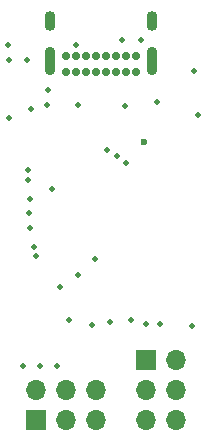
<source format=gbs>
G04 #@! TF.GenerationSoftware,KiCad,Pcbnew,8.0.3*
G04 #@! TF.CreationDate,2024-06-18T14:47:19-04:00*
G04 #@! TF.ProjectId,SoarerMax,536f6172-6572-44d6-9178-2e6b69636164,rev?*
G04 #@! TF.SameCoordinates,Original*
G04 #@! TF.FileFunction,Soldermask,Bot*
G04 #@! TF.FilePolarity,Negative*
%FSLAX46Y46*%
G04 Gerber Fmt 4.6, Leading zero omitted, Abs format (unit mm)*
G04 Created by KiCad (PCBNEW 8.0.3) date 2024-06-18 14:47:19*
%MOMM*%
%LPD*%
G01*
G04 APERTURE LIST*
%ADD10C,0.700000*%
%ADD11O,0.900000X2.400000*%
%ADD12O,0.900000X1.700000*%
%ADD13R,1.700000X1.700000*%
%ADD14O,1.700000X1.700000*%
%ADD15C,0.600000*%
%ADD16C,0.500000*%
G04 APERTURE END LIST*
D10*
X151975000Y-87025000D03*
X151125000Y-87025000D03*
X150275000Y-87025000D03*
X149425000Y-87025000D03*
X148575000Y-87025000D03*
X147725000Y-87025000D03*
X146875000Y-87025000D03*
X146025000Y-87025000D03*
X146025000Y-85675000D03*
X146875000Y-85675000D03*
X147725000Y-85675000D03*
X148575000Y-85675000D03*
X149425000Y-85675000D03*
X150275000Y-85675000D03*
X151125000Y-85675000D03*
X151975000Y-85675000D03*
D11*
X153325000Y-86045000D03*
D12*
X153325000Y-82665000D03*
D11*
X144675000Y-86045000D03*
D12*
X144675000Y-82665000D03*
D13*
X143500000Y-116500000D03*
D14*
X143500000Y-113960000D03*
X146040000Y-116500000D03*
X146040000Y-113960000D03*
X148580000Y-116500000D03*
X148580000Y-113960000D03*
D13*
X152760000Y-111420000D03*
D14*
X155300000Y-111420000D03*
X152760000Y-113960000D03*
X155300000Y-113960000D03*
X152760000Y-116500000D03*
X155300000Y-116500000D03*
D15*
X152600000Y-92900000D03*
D16*
X153700000Y-89500000D03*
X143100000Y-90100000D03*
X142900000Y-98900000D03*
X146300000Y-108000000D03*
X150800000Y-84300000D03*
X146900000Y-84700000D03*
X144400000Y-89800000D03*
X141200000Y-86000000D03*
X156900000Y-86900000D03*
X142700000Y-86000000D03*
X147000000Y-104200000D03*
X142400000Y-111900000D03*
X144500000Y-88500000D03*
X143800000Y-111900000D03*
X145300000Y-111900000D03*
X141100000Y-84700000D03*
X148200000Y-108400000D03*
X157200000Y-90600000D03*
X144800000Y-96900000D03*
X152400000Y-84300000D03*
X151000000Y-89900000D03*
X142800000Y-96100000D03*
X142800000Y-95300000D03*
X147000000Y-89800000D03*
X142950000Y-97750000D03*
X141200000Y-90900000D03*
X149500000Y-93600000D03*
X156675000Y-108525000D03*
X143300000Y-101800000D03*
X149750000Y-108182820D03*
X150300000Y-94100000D03*
X143500000Y-102600000D03*
X152800000Y-108300000D03*
X154000000Y-108300000D03*
X148500000Y-102800000D03*
X143000000Y-100200000D03*
X151100000Y-94700000D03*
X145500000Y-105200000D03*
X151500000Y-108000000D03*
M02*

</source>
